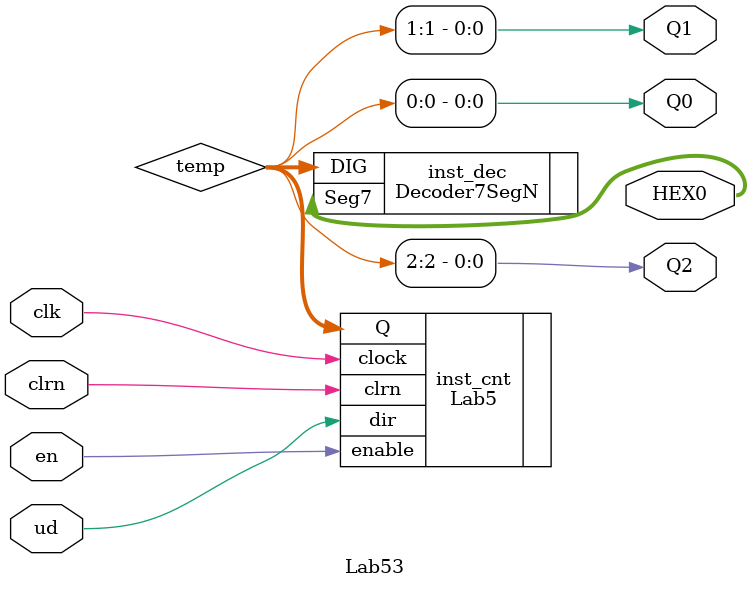
<source format=v>
module Lab53(clk,en,clrn,ud, HEX0, Q0, Q1, Q2);

input clk, en,clrn,ud;
output [0:6] HEX0;
output Q0, Q1, Q2;

wire[2:0] temp;
Lab5 inst_cnt(.clock(clk), .enable(en), .clrn(clrn), .dir(ud), .Q(temp));
Decoder7SegN inst_dec(.DIG(temp), .Seg7(HEX0));

 assign Q0 = temp[0];
 assign Q1 = temp[1];
 assign Q2 = temp[2];
 
endmodule

</source>
